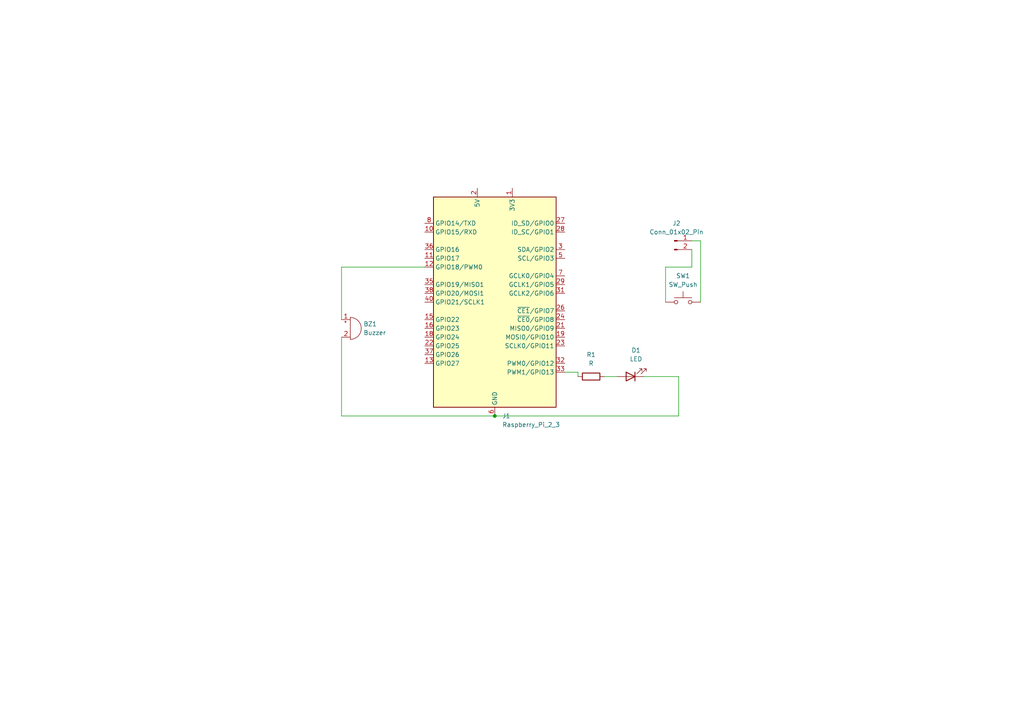
<source format=kicad_sch>
(kicad_sch (version 20250114) (generator "eeschema") (generator_version "9.0")
  (paper "A4")
  (lib_symbols
    (symbol "Connector:Conn_01x02_Pin" (pin_names (offset 1.016) (hide yes))
      (property "Reference" "J" (at 0 2.54 0))
      (property "Value" "Conn_01x02_Pin" (at 0 -5.08 0))
      (symbol "Conn_01x02_Pin_1_1"
        (rectangle (start 0.8636 0.127) (end 0 -0.127) (stroke (width 0.1524)) (fill (type outline)))
        (rectangle (start 0.8636 -2.413) (end 0 -2.667) (stroke (width 0.1524)) (fill (type outline)))
        (polyline (pts (xy 1.27 0) (xy 0.8636 0)) (stroke (width 0.1524)))
        (polyline (pts (xy 1.27 -2.54) (xy 0.8636 -2.54)) (stroke (width 0.1524)))
        (pin passive line (at 5.08 0 180) (length 3.81) (name "Pin_1") (number "1"))
        (pin passive line (at 5.08 -2.54 180) (length 3.81) (name "Pin_2") (number "2"))
      )
    )
    (symbol "Connector:Raspberry_Pi_2_3"
      (property "Reference" "J" (at -17.78 31.75 0))
      (property "Value" "Raspberry_Pi_2_3" (at 10.16 -31.75 0))
      (symbol "Raspberry_Pi_2_3_0_1"
        (rectangle (start -17.78 30.48) (end 17.78 -30.48) (stroke (width 0.254)) (fill (type background)))
      )
      (symbol "Raspberry_Pi_2_3_1_1"
        (pin bidirectional line (at -20.32 22.86 0) (length 2.54) (name "GPIO14/TXD") (number "8"))
        (pin bidirectional line (at -20.32 20.32 0) (length 2.54) (name "GPIO15/RXD") (number "10"))
        (pin bidirectional line (at -20.32 15.24 0) (length 2.54) (name "GPIO16") (number "36"))
        (pin bidirectional line (at -20.32 12.7 0) (length 2.54) (name "GPIO17") (number "11"))
        (pin bidirectional line (at -20.32 10.16 0) (length 2.54) (name "GPIO18/PWM0") (number "12"))
        (pin bidirectional line (at -20.32 5.08 0) (length 2.54) (name "GPIO19/MISO1") (number "35"))
        (pin bidirectional line (at -20.32 2.54 0) (length 2.54) (name "GPIO20/MOSI1") (number "38"))
        (pin bidirectional line (at -20.32 0 0) (length 2.54) (name "GPIO21/SCLK1") (number "40"))
        (pin bidirectional line (at -20.32 -5.08 0) (length 2.54) (name "GPIO22") (number "15"))
        (pin bidirectional line (at -20.32 -7.62 0) (length 2.54) (name "GPIO23") (number "16"))
        (pin bidirectional line (at -20.32 -10.16 0) (length 2.54) (name "GPIO24") (number "18"))
        (pin bidirectional line (at -20.32 -12.7 0) (length 2.54) (name "GPIO25") (number "22"))
        (pin bidirectional line (at -20.32 -15.24 0) (length 2.54) (name "GPIO26") (number "37"))
        (pin bidirectional line (at -20.32 -17.78 0) (length 2.54) (name "GPIO27") (number "13"))
        (pin power_in line (at -5.08 33.02 270) (length 2.54) (name "5V") (number "2"))
        (pin passive line (at -5.08 33.02 270) (length 2.54) (hide yes) (name "5V") (number "4"))
        (pin passive line (at 0 -33.02 90) (length 2.54) (hide yes) (name "GND") (number "14"))
        (pin passive line (at 0 -33.02 90) (length 2.54) (hide yes) (name "GND") (number "20"))
        (pin passive line (at 0 -33.02 90) (length 2.54) (hide yes) (name "GND") (number "25"))
        (pin passive line (at 0 -33.02 90) (length 2.54) (hide yes) (name "GND") (number "30"))
        (pin passive line (at 0 -33.02 90) (length 2.54) (hide yes) (name "GND") (number "34"))
        (pin passive line (at 0 -33.02 90) (length 2.54) (hide yes) (name "GND") (number "39"))
        (pin power_in line (at 0 -33.02 90) (length 2.54) (name "GND") (number "6"))
        (pin passive line (at 0 -33.02 90) (length 2.54) (hide yes) (name "GND") (number "9"))
        (pin power_in line (at 5.08 33.02 270) (length 2.54) (name "3V3") (number "1"))
        (pin passive line (at 5.08 33.02 270) (length 2.54) (hide yes) (name "3V3") (number "17"))
        (pin bidirectional line (at 20.32 22.86 180) (length 2.54) (name "ID_SD/GPIO0") (number "27"))
        (pin bidirectional line (at 20.32 20.32 180) (length 2.54) (name "ID_SC/GPIO1") (number "28"))
        (pin bidirectional line (at 20.32 15.24 180) (length 2.54) (name "SDA/GPIO2") (number "3"))
        (pin bidirectional line (at 20.32 12.7 180) (length 2.54) (name "SCL/GPIO3") (number "5"))
        (pin bidirectional line (at 20.32 7.62 180) (length 2.54) (name "GCLK0/GPIO4") (number "7"))
        (pin bidirectional line (at 20.32 5.08 180) (length 2.54) (name "GCLK1/GPIO5") (number "29"))
        (pin bidirectional line (at 20.32 2.54 180) (length 2.54) (name "GCLK2/GPIO6") (number "31"))
        (pin bidirectional line (at 20.32 -2.54 180) (length 2.54) (name "~{CE1}/GPIO7") (number "26"))
        (pin bidirectional line (at 20.32 -5.08 180) (length 2.54) (name "~{CE0}/GPIO8") (number "24"))
        (pin bidirectional line (at 20.32 -7.62 180) (length 2.54) (name "MISO0/GPIO9") (number "21"))
        (pin bidirectional line (at 20.32 -10.16 180) (length 2.54) (name "MOSI0/GPIO10") (number "19"))
        (pin bidirectional line (at 20.32 -12.7 180) (length 2.54) (name "SCLK0/GPIO11") (number "23"))
        (pin bidirectional line (at 20.32 -17.78 180) (length 2.54) (name "PWM0/GPIO12") (number "32"))
        (pin bidirectional line (at 20.32 -20.32 180) (length 2.54) (name "PWM1/GPIO13") (number "33"))
      )
    )
    (symbol "Device:Buzzer" (pin_names (offset 0.0254) (hide yes))
      (property "Reference" "BZ" (at 3.81 1.27 0))
      (property "Value" "Buzzer" (at 3.81 -1.27 0))
      (symbol "Buzzer_0_1"
        (polyline (pts (xy -1.651 1.905) (xy -1.143 1.905)))
        (polyline (pts (xy -1.397 2.159) (xy -1.397 1.651)))
        (arc (start 0 3.175) (mid 3.1612 0) (end 0 -3.175))
        (polyline (pts (xy 0 3.175) (xy 0 -3.175)))
      )
      (symbol "Buzzer_1_1"
        (pin passive line (at -2.54 2.54 0) (length 2.54) (name "+") (number "1"))
        (pin passive line (at -2.54 -2.54 0) (length 2.54) (name "-") (number "2"))
      )
    )
    (symbol "Device:LED" (pin_numbers (hide yes)) (pin_names (offset 1.016) (hide yes))
      (property "Reference" "D" (at 0 2.54 0))
      (property "Value" "LED" (at 0 -2.54 0))
      (symbol "LED_0_1"
        (polyline (pts (xy -3.048 -0.762) (xy -4.572 -2.286) (xy -3.81 -2.286) (xy -4.572 -2.286) (xy -4.572 -1.524)))
        (polyline (pts (xy -1.778 -0.762) (xy -3.302 -2.286) (xy -2.54 -2.286) (xy -3.302 -2.286) (xy -3.302 -1.524)))
        (polyline (pts (xy -1.27 0) (xy 1.27 0)))
        (polyline (pts (xy -1.27 -1.27) (xy -1.27 1.27)) (stroke (width 0.254)))
        (polyline (pts (xy 1.27 -1.27) (xy 1.27 1.27) (xy -1.27 0) (xy 1.27 -1.27)) (stroke (width 0.254)))
      )
      (symbol "LED_1_1"
        (pin passive line (at -3.81 0 0) (length 2.54) (name "K") (number "1"))
        (pin passive line (at 3.81 0 180) (length 2.54) (name "A") (number "2"))
      )
    )
    (symbol "Device:R" (pin_numbers (hide yes)) (pin_names (offset 0))
      (property "Reference" "R" (at 2.032 0 90))
      (property "Value" "R" (at 0 0 90))
      (symbol "R_0_1"
        (rectangle (start -1.016 -2.54) (end 1.016 2.54) (stroke (width 0.254)))
      )
      (symbol "R_1_1"
        (pin passive line (at 0 3.81 270) (length 1.27) (name "~") (number "1"))
        (pin passive line (at 0 -3.81 90) (length 1.27) (name "~") (number "2"))
      )
    )
    (symbol "Switch:SW_Push" (pin_numbers (hide yes)) (pin_names (offset 1.016) (hide yes))
      (property "Reference" "SW" (at 1.27 2.54 0))
      (property "Value" "SW_Push" (at 0 -1.524 0))
      (symbol "SW_Push_0_1"
        (circle (center -2.032 0) (radius 0.508))
        (polyline (pts (xy 0 1.27) (xy 0 3.048)))
        (circle (center 2.032 0) (radius 0.508))
        (polyline (pts (xy 2.54 1.27) (xy -2.54 1.27)))
        (pin passive line (at -5.08 0 0) (length 2.54) (name "1") (number "1"))
        (pin passive line (at 5.08 0 180) (length 2.54) (name "2") (number "2"))
      )
    )
  )
  (junction (at 143.51 120.65))
  (wire (pts (xy 196.85 109.22) (xy 196.85 120.65)))
  (wire (pts (xy 200.66 72.39) (xy 200.66 77.47)))
  (wire (pts (xy 203.2 69.85) (xy 200.66 69.85)))
  (wire (pts (xy 99.06 120.65) (xy 143.51 120.65)))
  (wire (pts (xy 99.06 97.79) (xy 99.06 120.65)))
  (wire (pts (xy 203.2 87.63) (xy 203.2 69.85)))
  (wire (pts (xy 163.83 107.95) (xy 167.64 107.95)))
  (wire (pts (xy 186.69 109.22) (xy 196.85 109.22)))
  (wire (pts (xy 200.66 77.47) (xy 193.04 77.47)))
  (wire (pts (xy 99.06 77.47) (xy 123.19 77.47)))
  (wire (pts (xy 143.51 120.65) (xy 196.85 120.65)))
  (wire (pts (xy 193.04 77.47) (xy 193.04 87.63)))
  (wire (pts (xy 175.26 109.22) (xy 179.07 109.22)))
  (wire (pts (xy 167.64 107.95) (xy 167.64 109.22)))
  (wire (pts (xy 99.06 77.47) (xy 99.06 92.71)))
  (symbol (lib_id "Switch:SW_Push") (at 198.12 87.63 0) (unit 1)
    (property "Reference" "SW1" (at 198.12 80.01 0))
    (property "Value" "SW_Push" (at 198.12 82.55 0))
    (property "Description" "Push button switch, generic, two pins" (effects (hide yes)))
  )
  (symbol (lib_id "Device:LED") (at 182.88 109.22 180) (unit 1)
    (property "Reference" "D1" (at 184.4675 101.6 0))
    (property "Value" "LED" (at 184.4675 104.14 0))
    (property "Footprint" "LED_THT:LED_D5.0mm" (effects (hide yes)))
    (property "Description" "Light emitting diode" (effects (hide yes)))
    (property "Sim.Pins" "1=K 2=A" (effects (hide yes)))
  )
  (symbol (lib_id "Device:Buzzer") (at 101.6 95.25 0) (unit 1)
    (property "Reference" "BZ1" (at 105.41 93.9799 0) (effects (justify left)))
    (property "Value" "Buzzer" (at 105.41 96.5199 0) (effects (justify left)))
    (property "Footprint" "Connector_PinHeader_2.54mm:PinHeader_1x02_P2.54mm_Horizontal" (effects (hide yes)))
    (property "Description" "Buzzer, polarized" (effects (hide yes)))
  )
  (symbol (lib_id "Connector:Conn_01x02_Pin") (at 195.58 69.85 0) (unit 1)
    (property "Reference" "J2" (at 196.215 64.77 0))
    (property "Value" "Conn_01x02_Pin" (at 196.215 67.31 0))
    (property "Footprint" "Connector_PinHeader_2.54mm:PinHeader_1x02_P2.54mm_Vertical" (effects (hide yes)))
    (property "Description" "Generic connector, single row, 01x02, script generated" (effects (hide yes)))
  )
  (symbol (lib_id "Device:R") (at 171.45 109.22 90) (unit 1)
    (property "Reference" "R1" (at 171.45 102.87 90))
    (property "Value" "R" (at 171.45 105.41 90))
    (property "Description" "Resistor" (effects (hide yes)))
  )
  (symbol (lib_id "Connector:Raspberry_Pi_2_3") (at 143.51 87.63 0) (unit 1)
    (property "Reference" "J1" (at 145.6533 120.65 0) (effects (justify left)))
    (property "Value" "Raspberry_Pi_2_3" (at 145.6533 123.19 0) (effects (justify left)))
    (property "Footprint" "Connector_PinHeader_2.54mm:PinHeader_2x20_P2.54mm_Vertical" (effects (hide yes)))
    (property "Datasheet" "https://www.raspberrypi.org/documentation/hardware/raspberrypi/schematics/rpi_SCH_3bplus_1p0_reduced.pdf" (effects (hide yes)))
    (property "Description" "expansion header for Raspberry Pi 2 & 3" (effects (hide yes)))
  )
)
</source>
